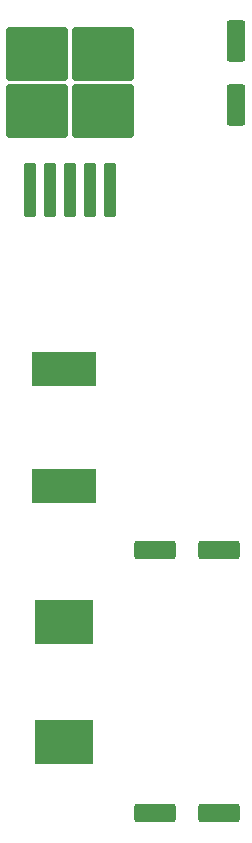
<source format=gbr>
%TF.GenerationSoftware,KiCad,Pcbnew,7.0.7-7.0.7~ubuntu22.04.1*%
%TF.CreationDate,2023-09-29T11:53:24-06:00*%
%TF.ProjectId,stepper_microscope_stage,73746570-7065-4725-9f6d-6963726f7363,9*%
%TF.SameCoordinates,Original*%
%TF.FileFunction,Paste,Bot*%
%TF.FilePolarity,Positive*%
%FSLAX46Y46*%
G04 Gerber Fmt 4.6, Leading zero omitted, Abs format (unit mm)*
G04 Created by KiCad (PCBNEW 7.0.7-7.0.7~ubuntu22.04.1) date 2023-09-29 11:53:24*
%MOMM*%
%LPD*%
G01*
G04 APERTURE LIST*
G04 Aperture macros list*
%AMRoundRect*
0 Rectangle with rounded corners*
0 $1 Rounding radius*
0 $2 $3 $4 $5 $6 $7 $8 $9 X,Y pos of 4 corners*
0 Add a 4 corners polygon primitive as box body*
4,1,4,$2,$3,$4,$5,$6,$7,$8,$9,$2,$3,0*
0 Add four circle primitives for the rounded corners*
1,1,$1+$1,$2,$3*
1,1,$1+$1,$4,$5*
1,1,$1+$1,$6,$7*
1,1,$1+$1,$8,$9*
0 Add four rect primitives between the rounded corners*
20,1,$1+$1,$2,$3,$4,$5,0*
20,1,$1+$1,$4,$5,$6,$7,0*
20,1,$1+$1,$6,$7,$8,$9,0*
20,1,$1+$1,$8,$9,$2,$3,0*%
G04 Aperture macros list end*
%ADD10RoundRect,0.250000X-1.500000X-0.550000X1.500000X-0.550000X1.500000X0.550000X-1.500000X0.550000X0*%
%ADD11RoundRect,0.250000X0.300000X-2.050000X0.300000X2.050000X-0.300000X2.050000X-0.300000X-2.050000X0*%
%ADD12RoundRect,0.250000X2.375000X-2.025000X2.375000X2.025000X-2.375000X2.025000X-2.375000X-2.025000X0*%
%ADD13R,5.400000X2.900000*%
%ADD14R,5.000000X3.850000*%
%ADD15RoundRect,0.250000X-0.550000X1.500000X-0.550000X-1.500000X0.550000X-1.500000X0.550000X1.500000X0*%
G04 APERTURE END LIST*
D10*
%TO.C,C3*%
X131150000Y-115250000D03*
X136550000Y-115250000D03*
%TD*%
D11*
%TO.C,TL2575*%
X127300000Y-62500000D03*
X125600000Y-62500000D03*
X123900000Y-62500000D03*
D12*
X121125000Y-55775000D03*
X126675000Y-55775000D03*
X121125000Y-50925000D03*
X126675000Y-50925000D03*
D11*
X122200000Y-62500000D03*
X120500000Y-62500000D03*
%TD*%
D13*
%TO.C,L1*%
X123400000Y-77650000D03*
X123400000Y-87550000D03*
%TD*%
D14*
%TO.C,L2*%
X123400000Y-99025000D03*
X123400000Y-109175000D03*
%TD*%
D15*
%TO.C,C1*%
X138000000Y-49850000D03*
X138000000Y-55250000D03*
%TD*%
D10*
%TO.C,C2*%
X131150000Y-92950000D03*
X136550000Y-92950000D03*
%TD*%
M02*

</source>
